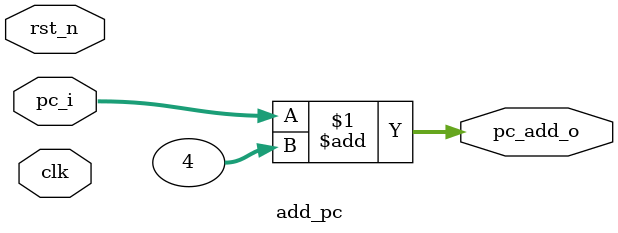
<source format=sv>
module add_pc (
	input  		  clk	  , 
	input  		  rst_n	  ,
	input  [31:0] pc_i 	  ,
	output [31:0] pc_add_o	
);
	assign pc_add_o = pc_i + 4;
endmodule
</source>
